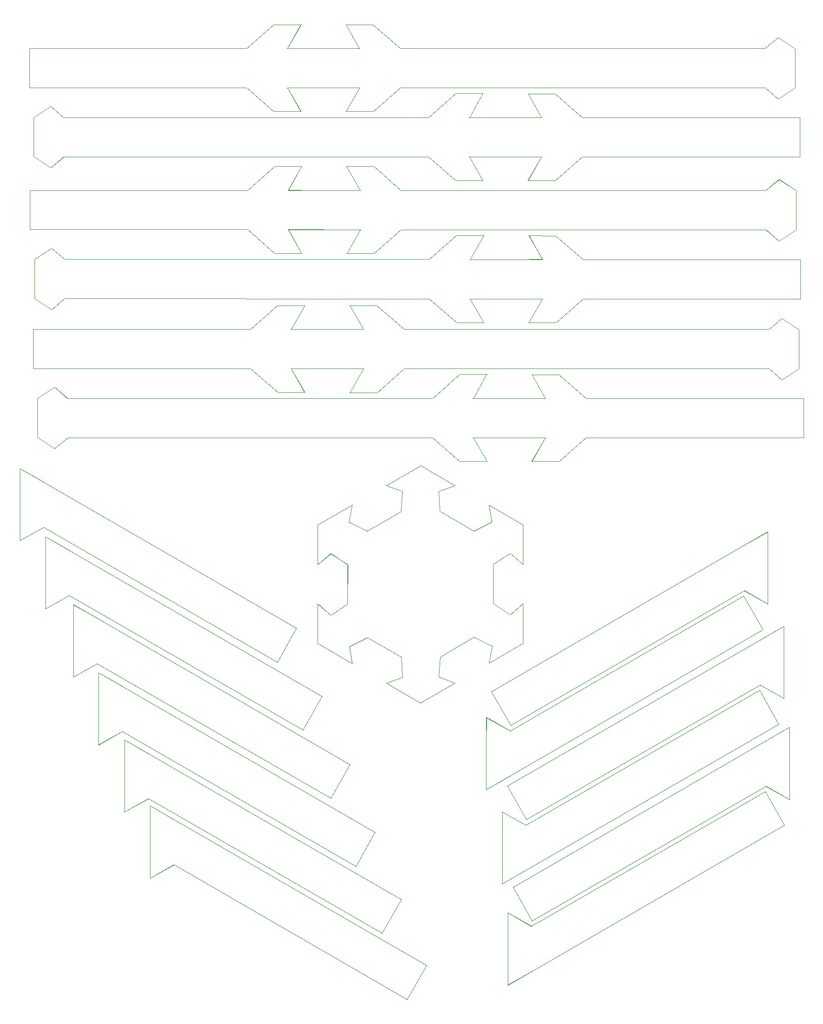
<source format=gbr>
G04 #@! TF.FileFunction,Profile,NP*
%FSLAX46Y46*%
G04 Gerber Fmt 4.6, Leading zero omitted, Abs format (unit mm)*
G04 Created by KiCad (PCBNEW 4.0.7) date 10/22/17 14:17:41*
%MOMM*%
%LPD*%
G01*
G04 APERTURE LIST*
%ADD10C,0.100000*%
G04 APERTURE END LIST*
D10*
X108708502Y-163398600D02*
X104445805Y-160997691D01*
X104445805Y-160997691D02*
X104443197Y-173879507D01*
X104443197Y-173879507D02*
X108708502Y-171438598D01*
X104442921Y-165833522D02*
X104442921Y-173902793D01*
X104442921Y-173902793D02*
X153918679Y-145332624D01*
X153918679Y-145332624D02*
X150468679Y-139282624D01*
X150468679Y-139282624D02*
X108701896Y-163376645D01*
X108701896Y-163376645D02*
X104458679Y-160982624D01*
X104458679Y-160982624D02*
X104442921Y-165833522D01*
X154799121Y-140718576D02*
X154814879Y-135867678D01*
X150555904Y-138324555D02*
X154799121Y-140718576D01*
X108789121Y-162418576D02*
X150555904Y-138324555D01*
X105339121Y-156368576D02*
X108789121Y-162418576D01*
X154814879Y-127798407D02*
X105339121Y-156368576D01*
X154814879Y-135867678D02*
X154814879Y-127798407D01*
X154814603Y-127821693D02*
X150549298Y-130262602D01*
X154811995Y-140703509D02*
X154814603Y-127821693D01*
X150549298Y-138302600D02*
X154811995Y-140703509D01*
X151565298Y-156387400D02*
X155827995Y-158788309D01*
X155827995Y-158788309D02*
X155830603Y-145906493D01*
X155830603Y-145906493D02*
X151565298Y-148347402D01*
X155830879Y-153952478D02*
X155830879Y-145883207D01*
X155830879Y-145883207D02*
X106355121Y-174453376D01*
X106355121Y-174453376D02*
X109805121Y-180503376D01*
X109805121Y-180503376D02*
X151571904Y-156409355D01*
X151571904Y-156409355D02*
X155815121Y-158803376D01*
X155815121Y-158803376D02*
X155830879Y-153952478D01*
X105474679Y-179067424D02*
X105458921Y-183918322D01*
X109717896Y-181461445D02*
X105474679Y-179067424D01*
X151484679Y-157367424D02*
X109717896Y-181461445D01*
X154934679Y-163417424D02*
X151484679Y-157367424D01*
X105458921Y-191987593D02*
X154934679Y-163417424D01*
X105458921Y-183918322D02*
X105458921Y-191987593D01*
X105459197Y-191964307D02*
X109724502Y-189523398D01*
X105461805Y-179082491D02*
X105459197Y-191964307D01*
X109724502Y-181483400D02*
X105461805Y-179082491D01*
X105863702Y-146533000D02*
X101601005Y-144132091D01*
X101601005Y-144132091D02*
X101598397Y-157013907D01*
X101598397Y-157013907D02*
X105863702Y-154572998D01*
X101598121Y-148967922D02*
X101598121Y-157037193D01*
X101598121Y-157037193D02*
X151073879Y-128467024D01*
X151073879Y-128467024D02*
X147623879Y-122417024D01*
X147623879Y-122417024D02*
X105857096Y-146511045D01*
X105857096Y-146511045D02*
X101613879Y-144117024D01*
X101613879Y-144117024D02*
X101598121Y-148967922D01*
X41404629Y-172834501D02*
X45667899Y-170463600D01*
X41411152Y-159950270D02*
X41404629Y-172834501D01*
X45697903Y-162383602D02*
X41411152Y-159950270D01*
X41427903Y-172843602D02*
X41412145Y-167992704D01*
X45671120Y-170449581D02*
X41427903Y-172843602D01*
X87437903Y-194543602D02*
X45671120Y-170449581D01*
X90887903Y-188493602D02*
X87437903Y-194543602D01*
X41412145Y-159923433D02*
X90887903Y-188493602D01*
X41412145Y-167992704D02*
X41412145Y-159923433D01*
X36890945Y-156181704D02*
X36890945Y-148112433D01*
X36890945Y-148112433D02*
X86366703Y-176682602D01*
X86366703Y-176682602D02*
X82916703Y-182732602D01*
X82916703Y-182732602D02*
X41149920Y-158638581D01*
X41149920Y-158638581D02*
X36906703Y-161032602D01*
X36906703Y-161032602D02*
X36890945Y-156181704D01*
X41176703Y-150572602D02*
X36889952Y-148139270D01*
X36889952Y-148139270D02*
X36883429Y-161023501D01*
X36883429Y-161023501D02*
X41146699Y-158652600D01*
X32209829Y-149034701D02*
X36473099Y-146663800D01*
X32216352Y-136150470D02*
X32209829Y-149034701D01*
X36503103Y-138583802D02*
X32216352Y-136150470D01*
X32233103Y-149043802D02*
X32217345Y-144192904D01*
X36476320Y-146649781D02*
X32233103Y-149043802D01*
X78243103Y-170743802D02*
X36476320Y-146649781D01*
X81693103Y-164693802D02*
X78243103Y-170743802D01*
X32217345Y-136123633D02*
X81693103Y-164693802D01*
X32217345Y-144192904D02*
X32217345Y-136123633D01*
X27721545Y-132026304D02*
X27721545Y-123957033D01*
X27721545Y-123957033D02*
X77197303Y-152527202D01*
X77197303Y-152527202D02*
X73747303Y-158577202D01*
X73747303Y-158577202D02*
X31980520Y-134483181D01*
X31980520Y-134483181D02*
X27737303Y-136877202D01*
X27737303Y-136877202D02*
X27721545Y-132026304D01*
X32007303Y-126417202D02*
X27720552Y-123983870D01*
X27720552Y-123983870D02*
X27714029Y-136868101D01*
X27714029Y-136868101D02*
X31977299Y-134497200D01*
X22735629Y-124701501D02*
X26998899Y-122330600D01*
X22742152Y-111817270D02*
X22735629Y-124701501D01*
X27028903Y-114250602D02*
X22742152Y-111817270D01*
X22758903Y-124710602D02*
X22743145Y-119859704D01*
X27002120Y-122316581D02*
X22758903Y-124710602D01*
X68768903Y-146410602D02*
X27002120Y-122316581D01*
X72218903Y-140360602D02*
X68768903Y-146410602D01*
X22743145Y-111790433D02*
X72218903Y-140360602D01*
X22743145Y-119859704D02*
X22743145Y-111790433D01*
X66164424Y-49897121D02*
X71015322Y-49912879D01*
X68558445Y-45653904D02*
X66164424Y-49897121D01*
X71015322Y-49912879D02*
X79084593Y-49912879D01*
X153970401Y-58967299D02*
X151630401Y-56947299D01*
X156980402Y-56967299D02*
X153970401Y-58967299D01*
X156990402Y-49967298D02*
X156980402Y-56967299D01*
X153980401Y-47967298D02*
X156990402Y-49967298D01*
X151620396Y-49947298D02*
X153980401Y-47967298D01*
X86352218Y-49914080D02*
X151620396Y-49927298D01*
X81480400Y-45657298D02*
X86352218Y-49914080D01*
X76620398Y-45647298D02*
X81480400Y-45657298D01*
X79061307Y-49912603D02*
X76620398Y-45647298D01*
X66179491Y-49909995D02*
X79061307Y-49912603D01*
X68580400Y-45647298D02*
X66179491Y-49909995D01*
X63720397Y-45657298D02*
X68580400Y-45647298D01*
X58852218Y-49908511D02*
X63720397Y-45657298D01*
X19970397Y-49900636D02*
X58852218Y-49908511D01*
X19970397Y-56900636D02*
X19970397Y-49900636D01*
X58880399Y-56917299D02*
X19970397Y-56900636D01*
X63730399Y-61167299D02*
X58880399Y-56917299D01*
X68550400Y-61187299D02*
X63730399Y-61167299D01*
X66179499Y-56924029D02*
X68550400Y-61187299D01*
X79063730Y-56930552D02*
X66179499Y-56924029D01*
X76630398Y-61217303D02*
X79063730Y-56930552D01*
X81520398Y-61217303D02*
X76630398Y-61217303D01*
X86350398Y-56947303D02*
X81520398Y-61217303D01*
X151650401Y-56967299D02*
X86350398Y-56947303D01*
X153970401Y-58967299D02*
X151650401Y-56967299D01*
X156980402Y-56967299D02*
X153970401Y-58967299D01*
X156980402Y-49967298D02*
X156980402Y-56967299D01*
X153980401Y-47947298D02*
X156980402Y-49967298D01*
X151620396Y-49927298D02*
X153980401Y-47947298D01*
X66170398Y-56947303D02*
X71021296Y-56931545D01*
X68564419Y-61190520D02*
X66170398Y-56947303D01*
X71021296Y-56931545D02*
X79090567Y-56931545D01*
X106753304Y-62270655D02*
X98684033Y-62270655D01*
X109210181Y-58011680D02*
X111604202Y-62254897D01*
X111604202Y-62254897D02*
X106753304Y-62270655D01*
X26154204Y-69274902D02*
X23794199Y-71254902D01*
X23794199Y-71254902D02*
X20794198Y-69234902D01*
X20794198Y-69234902D02*
X20794198Y-62234901D01*
X20794198Y-62234901D02*
X23804199Y-60234901D01*
X23804199Y-60234901D02*
X26124199Y-62234901D01*
X26124199Y-62234901D02*
X91424202Y-62254897D01*
X91424202Y-62254897D02*
X96254202Y-57984897D01*
X96254202Y-57984897D02*
X101144202Y-57984897D01*
X101144202Y-57984897D02*
X98710870Y-62271648D01*
X98710870Y-62271648D02*
X111595101Y-62278171D01*
X111595101Y-62278171D02*
X109224200Y-58014901D01*
X109224200Y-58014901D02*
X114044201Y-58034901D01*
X114044201Y-58034901D02*
X118894201Y-62284901D01*
X118894201Y-62284901D02*
X157804203Y-62301564D01*
X157804203Y-62301564D02*
X157804203Y-69301564D01*
X157804203Y-69301564D02*
X118922382Y-69293689D01*
X118922382Y-69293689D02*
X114054203Y-73544902D01*
X114054203Y-73544902D02*
X109194200Y-73554902D01*
X109194200Y-73554902D02*
X111595109Y-69292205D01*
X111595109Y-69292205D02*
X98713293Y-69289597D01*
X98713293Y-69289597D02*
X101154202Y-73554902D01*
X101154202Y-73554902D02*
X96294200Y-73544902D01*
X96294200Y-73544902D02*
X91422382Y-69288120D01*
X91422382Y-69288120D02*
X26154204Y-69274902D01*
X26154204Y-69254902D02*
X23794199Y-71234902D01*
X23794199Y-71234902D02*
X20784198Y-69234902D01*
X20784198Y-69234902D02*
X20794198Y-62234901D01*
X20794198Y-62234901D02*
X23804199Y-60234901D01*
X23804199Y-60234901D02*
X26144199Y-62254901D01*
X106759278Y-69289321D02*
X98690007Y-69289321D01*
X109216155Y-73548296D02*
X111610176Y-69305079D01*
X111610176Y-69305079D02*
X106759278Y-69289321D01*
X66697824Y-74738321D02*
X71548722Y-74754079D01*
X69091845Y-70495104D02*
X66697824Y-74738321D01*
X71548722Y-74754079D02*
X79617993Y-74754079D01*
X154503801Y-83808499D02*
X152163801Y-81788499D01*
X157513802Y-81808499D02*
X154503801Y-83808499D01*
X157523802Y-74808498D02*
X157513802Y-81808499D01*
X154513801Y-72808498D02*
X157523802Y-74808498D01*
X152153796Y-74788498D02*
X154513801Y-72808498D01*
X86885618Y-74755280D02*
X152153796Y-74768498D01*
X82013800Y-70498498D02*
X86885618Y-74755280D01*
X77153798Y-70488498D02*
X82013800Y-70498498D01*
X79594707Y-74753803D02*
X77153798Y-70488498D01*
X66712891Y-74751195D02*
X79594707Y-74753803D01*
X69113800Y-70488498D02*
X66712891Y-74751195D01*
X64253797Y-70498498D02*
X69113800Y-70488498D01*
X59385618Y-74749711D02*
X64253797Y-70498498D01*
X20503797Y-74741836D02*
X59385618Y-74749711D01*
X20503797Y-81741836D02*
X20503797Y-74741836D01*
X59413799Y-81758499D02*
X20503797Y-81741836D01*
X64263799Y-86008499D02*
X59413799Y-81758499D01*
X69083800Y-86028499D02*
X64263799Y-86008499D01*
X66712899Y-81765229D02*
X69083800Y-86028499D01*
X79597130Y-81771752D02*
X66712899Y-81765229D01*
X77163798Y-86058503D02*
X79597130Y-81771752D01*
X82053798Y-86058503D02*
X77163798Y-86058503D01*
X86883798Y-81788503D02*
X82053798Y-86058503D01*
X152183801Y-81808499D02*
X86883798Y-81788503D01*
X154503801Y-83808499D02*
X152183801Y-81808499D01*
X157513802Y-81808499D02*
X154503801Y-83808499D01*
X157513802Y-74808498D02*
X157513802Y-81808499D01*
X154513801Y-72788498D02*
X157513802Y-74808498D01*
X152153796Y-74768498D02*
X154513801Y-72788498D01*
X66703798Y-81788503D02*
X71554696Y-81772745D01*
X69097819Y-86031720D02*
X66703798Y-81788503D01*
X71554696Y-81772745D02*
X79623967Y-81772745D01*
X107286704Y-87111855D02*
X99217433Y-87111855D01*
X109743581Y-82852880D02*
X112137602Y-87096097D01*
X112137602Y-87096097D02*
X107286704Y-87111855D01*
X26687604Y-94116102D02*
X24327599Y-96096102D01*
X24327599Y-96096102D02*
X21327598Y-94076102D01*
X21327598Y-94076102D02*
X21327598Y-87076101D01*
X21327598Y-87076101D02*
X24337599Y-85076101D01*
X24337599Y-85076101D02*
X26657599Y-87076101D01*
X26657599Y-87076101D02*
X91957602Y-87096097D01*
X91957602Y-87096097D02*
X96787602Y-82826097D01*
X96787602Y-82826097D02*
X101677602Y-82826097D01*
X101677602Y-82826097D02*
X99244270Y-87112848D01*
X99244270Y-87112848D02*
X112128501Y-87119371D01*
X112128501Y-87119371D02*
X109757600Y-82856101D01*
X109757600Y-82856101D02*
X114577601Y-82876101D01*
X114577601Y-82876101D02*
X119427601Y-87126101D01*
X119427601Y-87126101D02*
X158337603Y-87142764D01*
X158337603Y-87142764D02*
X158337603Y-94142764D01*
X158337603Y-94142764D02*
X119455782Y-94134889D01*
X119455782Y-94134889D02*
X114587603Y-98386102D01*
X114587603Y-98386102D02*
X109727600Y-98396102D01*
X109727600Y-98396102D02*
X112128509Y-94133405D01*
X112128509Y-94133405D02*
X99246693Y-94130797D01*
X99246693Y-94130797D02*
X101687602Y-98396102D01*
X101687602Y-98396102D02*
X96827600Y-98386102D01*
X96827600Y-98386102D02*
X91955782Y-94129320D01*
X91955782Y-94129320D02*
X26687604Y-94116102D01*
X26687604Y-94096102D02*
X24327599Y-96076102D01*
X24327599Y-96076102D02*
X21317598Y-94076102D01*
X21317598Y-94076102D02*
X21327598Y-87076101D01*
X21327598Y-87076101D02*
X24337599Y-85076101D01*
X24337599Y-85076101D02*
X26677599Y-87096101D01*
X107292678Y-94130521D02*
X99223407Y-94130521D01*
X109749555Y-98389496D02*
X112143576Y-94146279D01*
X112143576Y-94146279D02*
X107292678Y-94130521D01*
X111457776Y-43930479D02*
X106606878Y-43914721D01*
X109063755Y-48173696D02*
X111457776Y-43930479D01*
X106606878Y-43914721D02*
X98537607Y-43914721D01*
X23651799Y-34860301D02*
X25991799Y-36880301D01*
X20641798Y-36860301D02*
X23651799Y-34860301D01*
X20631798Y-43860302D02*
X20641798Y-36860301D01*
X23641799Y-45860302D02*
X20631798Y-43860302D01*
X26001804Y-43880302D02*
X23641799Y-45860302D01*
X91269982Y-43913520D02*
X26001804Y-43900302D01*
X96141800Y-48170302D02*
X91269982Y-43913520D01*
X101001802Y-48180302D02*
X96141800Y-48170302D01*
X98560893Y-43914997D02*
X101001802Y-48180302D01*
X111442709Y-43917605D02*
X98560893Y-43914997D01*
X109041800Y-48180302D02*
X111442709Y-43917605D01*
X113901803Y-48170302D02*
X109041800Y-48180302D01*
X118769982Y-43919089D02*
X113901803Y-48170302D01*
X157651803Y-43926964D02*
X118769982Y-43919089D01*
X157651803Y-36926964D02*
X157651803Y-43926964D01*
X118741801Y-36910301D02*
X157651803Y-36926964D01*
X113891801Y-32660301D02*
X118741801Y-36910301D01*
X109071800Y-32640301D02*
X113891801Y-32660301D01*
X111442701Y-36903571D02*
X109071800Y-32640301D01*
X98558470Y-36897048D02*
X111442701Y-36903571D01*
X100991802Y-32610297D02*
X98558470Y-36897048D01*
X96101802Y-32610297D02*
X100991802Y-32610297D01*
X91271802Y-36880297D02*
X96101802Y-32610297D01*
X25971799Y-36860301D02*
X91271802Y-36880297D01*
X23651799Y-34860301D02*
X25971799Y-36860301D01*
X20641798Y-36860301D02*
X23651799Y-34860301D01*
X20641798Y-43860302D02*
X20641798Y-36860301D01*
X23641799Y-45880302D02*
X20641798Y-43860302D01*
X26001804Y-43900302D02*
X23641799Y-45880302D01*
X111451802Y-36880297D02*
X106600904Y-36896055D01*
X109057781Y-32637080D02*
X111451802Y-36880297D01*
X106600904Y-36896055D02*
X98531633Y-36896055D01*
X18171145Y-107693104D02*
X18171145Y-99623833D01*
X18171145Y-99623833D02*
X67646903Y-128194002D01*
X67646903Y-128194002D02*
X64196903Y-134244002D01*
X64196903Y-134244002D02*
X22430120Y-110149981D01*
X22430120Y-110149981D02*
X18186903Y-112544002D01*
X18186903Y-112544002D02*
X18171145Y-107693104D01*
X22456903Y-102084002D02*
X18170152Y-99650670D01*
X18170152Y-99650670D02*
X18163629Y-112534901D01*
X18163629Y-112534901D02*
X22426899Y-110164000D01*
X70868896Y-31556945D02*
X78938167Y-31556945D01*
X68412019Y-35815920D02*
X66017998Y-31572703D01*
X66017998Y-31572703D02*
X70868896Y-31556945D01*
X151467996Y-24552698D02*
X153828001Y-22572698D01*
X153828001Y-22572698D02*
X156828002Y-24592698D01*
X156828002Y-24592698D02*
X156828002Y-31592699D01*
X156828002Y-31592699D02*
X153818001Y-33592699D01*
X153818001Y-33592699D02*
X151498001Y-31592699D01*
X151498001Y-31592699D02*
X86197998Y-31572703D01*
X86197998Y-31572703D02*
X81367998Y-35842703D01*
X81367998Y-35842703D02*
X76477998Y-35842703D01*
X76477998Y-35842703D02*
X78911330Y-31555952D01*
X78911330Y-31555952D02*
X66027099Y-31549429D01*
X66027099Y-31549429D02*
X68398000Y-35812699D01*
X68398000Y-35812699D02*
X63577999Y-35792699D01*
X63577999Y-35792699D02*
X58727999Y-31542699D01*
X58727999Y-31542699D02*
X19817997Y-31526036D01*
X19817997Y-31526036D02*
X19817997Y-24526036D01*
X19817997Y-24526036D02*
X58699818Y-24533911D01*
X58699818Y-24533911D02*
X63567997Y-20282698D01*
X63567997Y-20282698D02*
X68428000Y-20272698D01*
X68428000Y-20272698D02*
X66027091Y-24535395D01*
X66027091Y-24535395D02*
X78908907Y-24538003D01*
X78908907Y-24538003D02*
X76467998Y-20272698D01*
X76467998Y-20272698D02*
X81328000Y-20282698D01*
X81328000Y-20282698D02*
X86199818Y-24539480D01*
X86199818Y-24539480D02*
X151467996Y-24552698D01*
X151467996Y-24572698D02*
X153828001Y-22592698D01*
X153828001Y-22592698D02*
X156838002Y-24592698D01*
X156838002Y-24592698D02*
X156828002Y-31592699D01*
X156828002Y-31592699D02*
X153818001Y-33592699D01*
X153818001Y-33592699D02*
X151478001Y-31572699D01*
X70862922Y-24538279D02*
X78932193Y-24538279D01*
X68406045Y-20279304D02*
X66012024Y-24522521D01*
X66012024Y-24522521D02*
X70862922Y-24538279D01*
X71432596Y-116805498D02*
X73792601Y-114825498D01*
X73792601Y-114825498D02*
X76792602Y-116845498D01*
X76792602Y-116845498D02*
X76792602Y-123845499D01*
X76792602Y-123845499D02*
X73782601Y-125845499D01*
X73782601Y-125845499D02*
X71462601Y-123845499D01*
X71432596Y-109765498D02*
X71442602Y-109705498D01*
X71442602Y-109705498D02*
X71432596Y-116825498D01*
X71432596Y-116825498D02*
X73792601Y-114845498D01*
X73792601Y-114845498D02*
X76802602Y-116845498D01*
X76802602Y-116845498D02*
X76792602Y-123845499D01*
X76792602Y-123845499D02*
X73782601Y-125845499D01*
X73782601Y-125845499D02*
X71442601Y-123825499D01*
X71442601Y-123825499D02*
X71432596Y-130925499D01*
X89782396Y-99142262D02*
X89839361Y-99120927D01*
X89839361Y-99120927D02*
X83668256Y-102672263D01*
X83668256Y-102672263D02*
X86562989Y-103726087D01*
X86562989Y-103726087D02*
X86335939Y-107332823D01*
X86335939Y-107332823D02*
X80268761Y-110824163D01*
X80268761Y-110824163D02*
X77031710Y-109217427D01*
X77031710Y-109217427D02*
X77611081Y-106180927D01*
X77611081Y-106180927D02*
X71457298Y-109722263D01*
X108203899Y-130850764D02*
X108193894Y-130910765D01*
X108193894Y-130910765D02*
X108203899Y-123790764D01*
X108203899Y-123790764D02*
X105843894Y-125770764D01*
X105843894Y-125770764D02*
X102833894Y-123770764D01*
X102833894Y-123770764D02*
X102843894Y-116770764D01*
X102843894Y-116770764D02*
X105853894Y-114770764D01*
X105853894Y-114770764D02*
X108193894Y-116790764D01*
X108193894Y-116790764D02*
X108203899Y-109690764D01*
X71491244Y-130957712D02*
X71444284Y-130919047D01*
X71444284Y-130919047D02*
X77605383Y-134487712D01*
X77605383Y-134487712D02*
X77070655Y-131453888D01*
X77070655Y-131453888D02*
X80307706Y-129847152D01*
X80307706Y-129847152D02*
X86364884Y-133355812D01*
X86364884Y-133355812D02*
X86591935Y-136962548D01*
X86591935Y-136962548D02*
X83672564Y-137979048D01*
X83672564Y-137979048D02*
X89816342Y-141537713D01*
X108157694Y-109693386D02*
X108204653Y-109732051D01*
X108204653Y-109732051D02*
X102043554Y-106163386D01*
X102043554Y-106163386D02*
X102578282Y-109197210D01*
X102578282Y-109197210D02*
X99341231Y-110803947D01*
X99341231Y-110803947D02*
X93284053Y-107295286D01*
X93284053Y-107295286D02*
X93057002Y-103688550D01*
X93057002Y-103688550D02*
X95976374Y-102672050D01*
X95976374Y-102672050D02*
X89832596Y-99113386D01*
X89875930Y-141496891D02*
X89818965Y-141518226D01*
X89818965Y-141518226D02*
X95990070Y-137966891D01*
X95990070Y-137966891D02*
X93095337Y-136913067D01*
X93095337Y-136913067D02*
X93322388Y-133306330D01*
X93322388Y-133306330D02*
X99389566Y-129814990D01*
X99389566Y-129814990D02*
X102626617Y-131421727D01*
X102626617Y-131421727D02*
X102047245Y-134458226D01*
X102047245Y-134458226D02*
X108201028Y-130916891D01*
X151954321Y-123852976D02*
X151970079Y-119002078D01*
X147711104Y-121458955D02*
X151954321Y-123852976D01*
X105944321Y-145552976D02*
X147711104Y-121458955D01*
X102494321Y-139502976D02*
X105944321Y-145552976D01*
X151970079Y-110932807D02*
X102494321Y-139502976D01*
X151970079Y-119002078D02*
X151970079Y-110932807D01*
X151969803Y-110956093D02*
X147704498Y-113397002D01*
X151967195Y-123837909D02*
X151969803Y-110956093D01*
X147704498Y-121437000D02*
X151967195Y-123837909D01*
M02*

</source>
